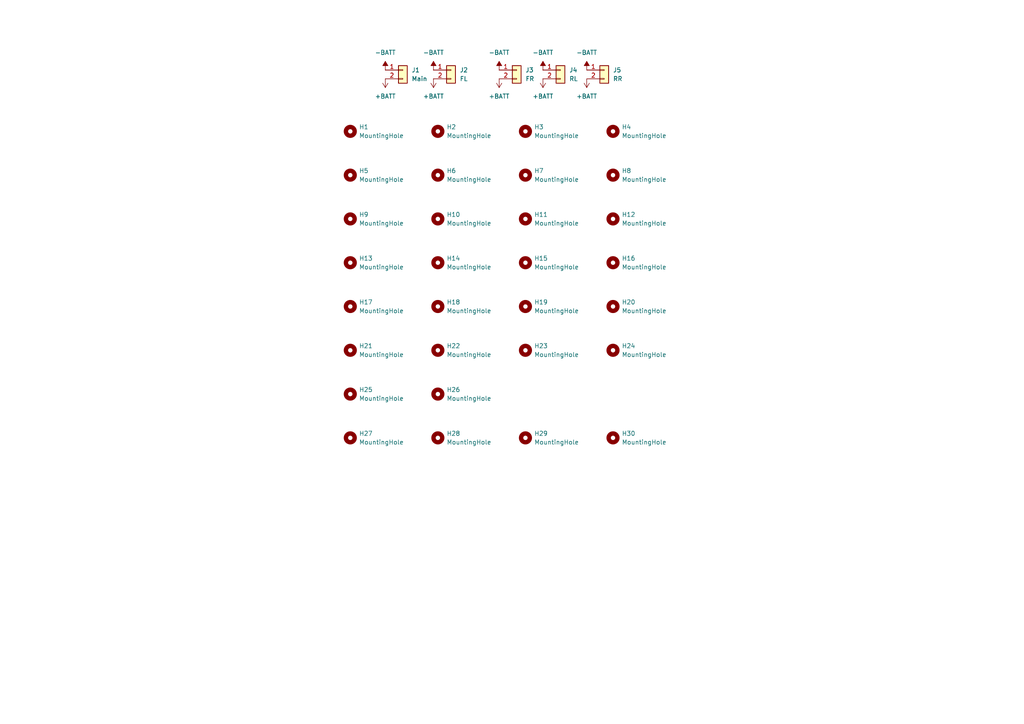
<source format=kicad_sch>
(kicad_sch (version 20231120) (generator "eeschema") (generator_version "8.0")
  (paper "A4")
  (lib_symbols
    (symbol "Connector_Generic:Conn_01x02" (pin_names (offset 1.016) hide)
      (property "Reference" "J" (at 0 2.54 0))
      (property "Value" "Conn_01x02" (at 0 -5.08 0))
      (symbol "Conn_01x02_1_1"
        (rectangle (start -1.27 -2.413) (end 0 -2.667) (stroke (width 0.1524)))
        (rectangle (start -1.27 0.127) (end 0 -0.127) (stroke (width 0.1524)))
        (rectangle (start -1.27 1.27) (end 1.27 -3.81) (stroke (width 0.254)) (fill (type background)))
        (pin passive line (at -5.08 0 0) (length 3.81) (name "Pin_1") (number "1"))
        (pin passive line (at -5.08 -2.54 0) (length 3.81) (name "Pin_2") (number "2"))
      )
    )
    (symbol "Mechanical:MountingHole" (pin_names (offset 1.016)) (exclude_from_sim yes) (in_bom no)
      (property "Reference" "H" (at 0 5.08 0))
      (property "Value" "MountingHole" (at 0 3.175 0))
      (symbol "MountingHole_0_1"
        (circle (center 0 0) (radius 1.27) (stroke (width 1.27)))
      )
    )
    (symbol "power:+BATT" (power) (pin_numbers hide) (pin_names (offset 0) hide)
      (property "Value" "+BATT" (at 0 3.556 0))
      (symbol "+BATT_0_1"
        (polyline (pts (xy -0.762 1.27) (xy 0 2.54)))
        (polyline (pts (xy 0 0) (xy 0 2.54)))
        (polyline (pts (xy 0 2.54) (xy 0.762 1.27)))
      )
      (symbol "+BATT_1_1"
        (pin power_in line (at 0 0 90) (length 0) (name "~") (number "1"))
      )
    )
    (symbol "power:-BATT" (power) (pin_numbers hide) (pin_names (offset 0) hide)
      (property "Value" "-BATT" (at 0 3.556 0))
      (symbol "-BATT_0_1"
        (polyline (pts (xy 0 0) (xy 0 2.54)))
        (polyline (pts (xy 0.762 1.27) (xy -0.762 1.27) (xy 0 2.54) (xy 0.762 1.27)) (fill (type outline)))
      )
      (symbol "-BATT_1_1"
        (pin power_in line (at 0 0 90) (length 0) (name "~") (number "1"))
      )
    )
  )
  (symbol (lib_id "Mechanical:MountingHole") (at 177.8 50.8 0) (unit 1) (exclude_from_sim yes) (in_bom no)
    (property "Reference" "H8" (at 180.34 49.5299 0) (effects (justify left)))
    (property "Value" "MountingHole" (at 180.34 52.0699 0) (effects (justify left)))
    (property "Footprint" "MountingHole:MountingHole_3.2mm_M3_DIN965_Pad" (effects (hide yes)))
    (property "Description" "Mounting Hole without connection" (effects (hide yes)))
  )
  (symbol (lib_id "power:-BATT") (at 170.18 20.32 0) (unit 1)
    (property "Reference" "#PWR09" (effects (hide yes)))
    (property "Value" "-BATT" (at 170.18 15.24 0))
    (property "Description" "Power symbol creates a global label with name \"-BATT\"" (effects (hide yes)))
  )
  (symbol (lib_id "power:+BATT") (at 111.76 22.86 180) (unit 1)
    (property "Reference" "#PWR01" (effects (hide yes)))
    (property "Value" "+BATT" (at 111.76 27.94 0))
    (property "Description" "Power symbol creates a global label with name \"+BATT\"" (effects (hide yes)))
  )
  (symbol (lib_id "power:-BATT") (at 111.76 20.32 0) (unit 1)
    (property "Reference" "#PWR02" (effects (hide yes)))
    (property "Value" "-BATT" (at 111.76 15.24 0))
    (property "Description" "Power symbol creates a global label with name \"-BATT\"" (effects (hide yes)))
  )
  (symbol (lib_id "Mechanical:MountingHole") (at 152.4 76.2 0) (unit 1) (exclude_from_sim yes) (in_bom no)
    (property "Reference" "H15" (at 154.94 74.9299 0) (effects (justify left)))
    (property "Value" "MountingHole" (at 154.94 77.4699 0) (effects (justify left)))
    (property "Footprint" "MountingHole:MountingHole_3.2mm_M3_DIN965_Pad" (effects (hide yes)))
    (property "Description" "Mounting Hole without connection" (effects (hide yes)))
  )
  (symbol (lib_id "Mechanical:MountingHole") (at 127 38.1 0) (unit 1) (exclude_from_sim yes) (in_bom no)
    (property "Reference" "H2" (at 129.54 36.8299 0) (effects (justify left)))
    (property "Value" "MountingHole" (at 129.54 39.3699 0) (effects (justify left)))
    (property "Footprint" "MountingHole:MountingHole_3.2mm_M3_DIN965_Pad" (effects (hide yes)))
    (property "Description" "Mounting Hole without connection" (effects (hide yes)))
  )
  (symbol (lib_id "Mechanical:MountingHole") (at 177.8 76.2 0) (unit 1) (exclude_from_sim yes) (in_bom no)
    (property "Reference" "H16" (at 180.34 74.9299 0) (effects (justify left)))
    (property "Value" "MountingHole" (at 180.34 77.4699 0) (effects (justify left)))
    (property "Footprint" "MountingHole:MountingHole_3.2mm_M3_DIN965_Pad" (effects (hide yes)))
    (property "Description" "Mounting Hole without connection" (effects (hide yes)))
  )
  (symbol (lib_id "Mechanical:MountingHole") (at 127 63.5 0) (unit 1) (exclude_from_sim yes) (in_bom no)
    (property "Reference" "H10" (at 129.54 62.2299 0) (effects (justify left)))
    (property "Value" "MountingHole" (at 129.54 64.7699 0) (effects (justify left)))
    (property "Footprint" "MountingHole:MountingHole_3.2mm_M3_DIN965_Pad" (effects (hide yes)))
    (property "Description" "Mounting Hole without connection" (effects (hide yes)))
  )
  (symbol (lib_id "Mechanical:MountingHole") (at 127 76.2 0) (unit 1) (exclude_from_sim yes) (in_bom no)
    (property "Reference" "H14" (at 129.54 74.9299 0) (effects (justify left)))
    (property "Value" "MountingHole" (at 129.54 77.4699 0) (effects (justify left)))
    (property "Footprint" "MountingHole:MountingHole_3.2mm_M3_DIN965_Pad" (effects (hide yes)))
    (property "Description" "Mounting Hole without connection" (effects (hide yes)))
  )
  (symbol (lib_id "Mechanical:MountingHole") (at 101.6 50.8 0) (unit 1) (exclude_from_sim yes) (in_bom no)
    (property "Reference" "H5" (at 104.14 49.5299 0) (effects (justify left)))
    (property "Value" "MountingHole" (at 104.14 52.0699 0) (effects (justify left)))
    (property "Footprint" "MountingHole:MountingHole_3.2mm_M3_DIN965_Pad" (effects (hide yes)))
    (property "Description" "Mounting Hole without connection" (effects (hide yes)))
  )
  (symbol (lib_id "Mechanical:MountingHole") (at 152.4 50.8 0) (unit 1) (exclude_from_sim yes) (in_bom no)
    (property "Reference" "H7" (at 154.94 49.5299 0) (effects (justify left)))
    (property "Value" "MountingHole" (at 154.94 52.0699 0) (effects (justify left)))
    (property "Footprint" "MountingHole:MountingHole_3.2mm_M3_DIN965_Pad" (effects (hide yes)))
    (property "Description" "Mounting Hole without connection" (effects (hide yes)))
  )
  (symbol (lib_id "Mechanical:MountingHole") (at 127 88.9 0) (unit 1) (exclude_from_sim yes) (in_bom no)
    (property "Reference" "H18" (at 129.54 87.6299 0) (effects (justify left)))
    (property "Value" "MountingHole" (at 129.54 90.1699 0) (effects (justify left)))
    (property "Footprint" "MountingHole:MountingHole_3.2mm_M3_DIN965_Pad" (effects (hide yes)))
    (property "Description" "Mounting Hole without connection" (effects (hide yes)))
  )
  (symbol (lib_id "Mechanical:MountingHole") (at 101.6 63.5 0) (unit 1) (exclude_from_sim yes) (in_bom no)
    (property "Reference" "H9" (at 104.14 62.2299 0) (effects (justify left)))
    (property "Value" "MountingHole" (at 104.14 64.7699 0) (effects (justify left)))
    (property "Footprint" "MountingHole:MountingHole_3.2mm_M3_DIN965_Pad" (effects (hide yes)))
    (property "Description" "Mounting Hole without connection" (effects (hide yes)))
  )
  (symbol (lib_id "Mechanical:MountingHole") (at 101.6 127 0) (unit 1) (exclude_from_sim yes) (in_bom no)
    (property "Reference" "H27" (at 104.14 125.7299 0) (effects (justify left)))
    (property "Value" "MountingHole" (at 104.14 128.2699 0) (effects (justify left)))
    (property "Footprint" "MountingHole:MountingHole_3.2mm_M3_DIN965_Pad" (effects (hide yes)))
    (property "Description" "Mounting Hole without connection" (effects (hide yes)))
  )
  (symbol (lib_id "power:+BATT") (at 170.18 22.86 180) (unit 1)
    (property "Reference" "#PWR010" (effects (hide yes)))
    (property "Value" "+BATT" (at 170.18 27.94 0))
    (property "Description" "Power symbol creates a global label with name \"+BATT\"" (effects (hide yes)))
  )
  (symbol (lib_id "Mechanical:MountingHole") (at 152.4 38.1 0) (unit 1) (exclude_from_sim yes) (in_bom no)
    (property "Reference" "H3" (at 154.94 36.8299 0) (effects (justify left)))
    (property "Value" "MountingHole" (at 154.94 39.3699 0) (effects (justify left)))
    (property "Footprint" "MountingHole:MountingHole_3.2mm_M3_DIN965_Pad" (effects (hide yes)))
    (property "Description" "Mounting Hole without connection" (effects (hide yes)))
  )
  (symbol (lib_id "Mechanical:MountingHole") (at 127 127 0) (unit 1) (exclude_from_sim yes) (in_bom no)
    (property "Reference" "H28" (at 129.54 125.7299 0) (effects (justify left)))
    (property "Value" "MountingHole" (at 129.54 128.2699 0) (effects (justify left)))
    (property "Footprint" "MountingHole:MountingHole_3.2mm_M3_DIN965_Pad" (effects (hide yes)))
    (property "Description" "Mounting Hole without connection" (effects (hide yes)))
  )
  (symbol (lib_id "power:+BATT") (at 157.48 22.86 180) (unit 1)
    (property "Reference" "#PWR08" (effects (hide yes)))
    (property "Value" "+BATT" (at 157.48 27.94 0))
    (property "Description" "Power symbol creates a global label with name \"+BATT\"" (effects (hide yes)))
  )
  (symbol (lib_id "Mechanical:MountingHole") (at 177.8 63.5 0) (unit 1) (exclude_from_sim yes) (in_bom no)
    (property "Reference" "H12" (at 180.34 62.2299 0) (effects (justify left)))
    (property "Value" "MountingHole" (at 180.34 64.7699 0) (effects (justify left)))
    (property "Footprint" "MountingHole:MountingHole_3.2mm_M3_DIN965_Pad" (effects (hide yes)))
    (property "Description" "Mounting Hole without connection" (effects (hide yes)))
  )
  (symbol (lib_id "Connector_Generic:Conn_01x02") (at 116.84 20.32 0) (unit 1)
    (property "Reference" "J1" (at 119.38 20.3199 0) (effects (justify left)))
    (property "Value" "Main" (at 119.38 22.8599 0) (effects (justify left)))
    (property "Footprint" "Connector_AMASS:AMASS_XT60-M_1x02_P7.20mm_Vertical" (effects (hide yes)))
    (property "Description" "Generic connector, single row, 01x02, script generated (kicad-library-utils/schlib/autogen/connector/)" (effects (hide yes)))
  )
  (symbol (lib_id "power:-BATT") (at 125.73 20.32 0) (unit 1)
    (property "Reference" "#PWR03" (effects (hide yes)))
    (property "Value" "-BATT" (at 125.73 15.24 0))
    (property "Description" "Power symbol creates a global label with name \"-BATT\"" (effects (hide yes)))
  )
  (symbol (lib_id "Mechanical:MountingHole") (at 101.6 101.6 0) (unit 1) (exclude_from_sim yes) (in_bom no)
    (property "Reference" "H21" (at 104.14 100.3299 0) (effects (justify left)))
    (property "Value" "MountingHole" (at 104.14 102.8699 0) (effects (justify left)))
    (property "Footprint" "MountingHole:MountingHole_3.2mm_M3_DIN965_Pad" (effects (hide yes)))
    (property "Description" "Mounting Hole without connection" (effects (hide yes)))
  )
  (symbol (lib_id "Connector_Generic:Conn_01x02") (at 130.81 20.32 0) (unit 1)
    (property "Reference" "J2" (at 133.35 20.3199 0) (effects (justify left)))
    (property "Value" "FL" (at 133.35 22.8599 0) (effects (justify left)))
    (property "Footprint" "Connector_AMASS:AMASS_XT60-M_1x02_P7.20mm_Vertical" (effects (hide yes)))
    (property "Description" "Generic connector, single row, 01x02, script generated (kicad-library-utils/schlib/autogen/connector/)" (effects (hide yes)))
  )
  (symbol (lib_id "Mechanical:MountingHole") (at 127 101.6 0) (unit 1) (exclude_from_sim yes) (in_bom no)
    (property "Reference" "H22" (at 129.54 100.3299 0) (effects (justify left)))
    (property "Value" "MountingHole" (at 129.54 102.8699 0) (effects (justify left)))
    (property "Footprint" "MountingHole:MountingHole_3.2mm_M3_DIN965_Pad" (effects (hide yes)))
    (property "Description" "Mounting Hole without connection" (effects (hide yes)))
  )
  (symbol (lib_id "power:+BATT") (at 125.73 22.86 180) (unit 1)
    (property "Reference" "#PWR04" (effects (hide yes)))
    (property "Value" "+BATT" (at 125.73 27.94 0))
    (property "Description" "Power symbol creates a global label with name \"+BATT\"" (effects (hide yes)))
  )
  (symbol (lib_id "power:+BATT") (at 144.78 22.86 180) (unit 1)
    (property "Reference" "#PWR06" (effects (hide yes)))
    (property "Value" "+BATT" (at 144.78 27.94 0))
    (property "Description" "Power symbol creates a global label with name \"+BATT\"" (effects (hide yes)))
  )
  (symbol (lib_id "Mechanical:MountingHole") (at 177.8 101.6 0) (unit 1) (exclude_from_sim yes) (in_bom no)
    (property "Reference" "H24" (at 180.34 100.3299 0) (effects (justify left)))
    (property "Value" "MountingHole" (at 180.34 102.8699 0) (effects (justify left)))
    (property "Footprint" "MountingHole:MountingHole_3.2mm_M3_DIN965_Pad" (effects (hide yes)))
    (property "Description" "Mounting Hole without connection" (effects (hide yes)))
  )
  (symbol (lib_id "Mechanical:MountingHole") (at 101.6 76.2 0) (unit 1) (exclude_from_sim yes) (in_bom no)
    (property "Reference" "H13" (at 104.14 74.9299 0) (effects (justify left)))
    (property "Value" "MountingHole" (at 104.14 77.4699 0) (effects (justify left)))
    (property "Footprint" "MountingHole:MountingHole_3.2mm_M3_DIN965_Pad" (effects (hide yes)))
    (property "Description" "Mounting Hole without connection" (effects (hide yes)))
  )
  (symbol (lib_id "Mechanical:MountingHole") (at 101.6 114.3 0) (unit 1) (exclude_from_sim yes) (in_bom no)
    (property "Reference" "H25" (at 104.14 113.0299 0) (effects (justify left)))
    (property "Value" "MountingHole" (at 104.14 115.5699 0) (effects (justify left)))
    (property "Footprint" "MountingHole:MountingHole_3.2mm_M3_DIN965_Pad" (effects (hide yes)))
    (property "Description" "Mounting Hole without connection" (effects (hide yes)))
  )
  (symbol (lib_id "Mechanical:MountingHole") (at 101.6 38.1 0) (unit 1) (exclude_from_sim yes) (in_bom no)
    (property "Reference" "H1" (at 104.14 36.8299 0) (effects (justify left)))
    (property "Value" "MountingHole" (at 104.14 39.3699 0) (effects (justify left)))
    (property "Footprint" "MountingHole:MountingHole_3.2mm_M3_DIN965_Pad" (effects (hide yes)))
    (property "Description" "Mounting Hole without connection" (effects (hide yes)))
  )
  (symbol (lib_id "Connector_Generic:Conn_01x02") (at 162.56 20.32 0) (unit 1)
    (property "Reference" "J4" (at 165.1 20.3199 0) (effects (justify left)))
    (property "Value" "RL" (at 165.1 22.8599 0) (effects (justify left)))
    (property "Footprint" "Connector_AMASS:AMASS_XT60-M_1x02_P7.20mm_Vertical" (effects (hide yes)))
    (property "Description" "Generic connector, single row, 01x02, script generated (kicad-library-utils/schlib/autogen/connector/)" (effects (hide yes)))
  )
  (symbol (lib_id "Connector_Generic:Conn_01x02") (at 149.86 20.32 0) (unit 1)
    (property "Reference" "J3" (at 152.4 20.3199 0) (effects (justify left)))
    (property "Value" "FR" (at 152.4 22.8599 0) (effects (justify left)))
    (property "Footprint" "Connector_AMASS:AMASS_XT60-M_1x02_P7.20mm_Vertical" (effects (hide yes)))
    (property "Description" "Generic connector, single row, 01x02, script generated (kicad-library-utils/schlib/autogen/connector/)" (effects (hide yes)))
  )
  (symbol (lib_id "Mechanical:MountingHole") (at 101.6 88.9 0) (unit 1) (exclude_from_sim yes) (in_bom no)
    (property "Reference" "H17" (at 104.14 87.6299 0) (effects (justify left)))
    (property "Value" "MountingHole" (at 104.14 90.1699 0) (effects (justify left)))
    (property "Footprint" "MountingHole:MountingHole_3.2mm_M3_DIN965_Pad" (effects (hide yes)))
    (property "Description" "Mounting Hole without connection" (effects (hide yes)))
  )
  (symbol (lib_id "Mechanical:MountingHole") (at 177.8 38.1 0) (unit 1) (exclude_from_sim yes) (in_bom no)
    (property "Reference" "H4" (at 180.34 36.8299 0) (effects (justify left)))
    (property "Value" "MountingHole" (at 180.34 39.3699 0) (effects (justify left)))
    (property "Footprint" "MountingHole:MountingHole_3.2mm_M3_DIN965_Pad" (effects (hide yes)))
    (property "Description" "Mounting Hole without connection" (effects (hide yes)))
  )
  (symbol (lib_id "Mechanical:MountingHole") (at 127 114.3 0) (unit 1) (exclude_from_sim yes) (in_bom no)
    (property "Reference" "H26" (at 129.54 113.0299 0) (effects (justify left)))
    (property "Value" "MountingHole" (at 129.54 115.5699 0) (effects (justify left)))
    (property "Footprint" "MountingHole:MountingHole_3.2mm_M3_DIN965_Pad" (effects (hide yes)))
    (property "Description" "Mounting Hole without connection" (effects (hide yes)))
  )
  (symbol (lib_id "power:-BATT") (at 144.78 20.32 0) (unit 1)
    (property "Reference" "#PWR05" (effects (hide yes)))
    (property "Value" "-BATT" (at 144.78 15.24 0))
    (property "Description" "Power symbol creates a global label with name \"-BATT\"" (effects (hide yes)))
  )
  (symbol (lib_id "Mechanical:MountingHole") (at 152.4 63.5 0) (unit 1) (exclude_from_sim yes) (in_bom no)
    (property "Reference" "H11" (at 154.94 62.2299 0) (effects (justify left)))
    (property "Value" "MountingHole" (at 154.94 64.7699 0) (effects (justify left)))
    (property "Footprint" "MountingHole:MountingHole_3.2mm_M3_DIN965_Pad" (effects (hide yes)))
    (property "Description" "Mounting Hole without connection" (effects (hide yes)))
  )
  (symbol (lib_id "power:-BATT") (at 157.48 20.32 0) (unit 1)
    (property "Reference" "#PWR07" (effects (hide yes)))
    (property "Value" "-BATT" (at 157.48 15.24 0))
    (property "Description" "Power symbol creates a global label with name \"-BATT\"" (effects (hide yes)))
  )
  (symbol (lib_id "Mechanical:MountingHole") (at 177.8 88.9 0) (unit 1) (exclude_from_sim yes) (in_bom no)
    (property "Reference" "H20" (at 180.34 87.6299 0) (effects (justify left)))
    (property "Value" "MountingHole" (at 180.34 90.1699 0) (effects (justify left)))
    (property "Footprint" "MountingHole:MountingHole_3.2mm_M3_DIN965_Pad" (effects (hide yes)))
    (property "Description" "Mounting Hole without connection" (effects (hide yes)))
  )
  (symbol (lib_id "Mechanical:MountingHole") (at 152.4 88.9 0) (unit 1) (exclude_from_sim yes) (in_bom no)
    (property "Reference" "H19" (at 154.94 87.6299 0) (effects (justify left)))
    (property "Value" "MountingHole" (at 154.94 90.1699 0) (effects (justify left)))
    (property "Footprint" "MountingHole:MountingHole_3.2mm_M3_DIN965_Pad" (effects (hide yes)))
    (property "Description" "Mounting Hole without connection" (effects (hide yes)))
  )
  (symbol (lib_id "Mechanical:MountingHole") (at 177.8 127 0) (unit 1) (exclude_from_sim yes) (in_bom no)
    (property "Reference" "H30" (at 180.34 125.7299 0) (effects (justify left)))
    (property "Value" "MountingHole" (at 180.34 128.2699 0) (effects (justify left)))
    (property "Footprint" "MountingHole:MountingHole_3.2mm_M3_DIN965_Pad" (effects (hide yes)))
    (property "Description" "Mounting Hole without connection" (effects (hide yes)))
  )
  (symbol (lib_id "Mechanical:MountingHole") (at 152.4 127 0) (unit 1) (exclude_from_sim yes) (in_bom no)
    (property "Reference" "H29" (at 154.94 125.7299 0) (effects (justify left)))
    (property "Value" "MountingHole" (at 154.94 128.2699 0) (effects (justify left)))
    (property "Footprint" "MountingHole:MountingHole_3.2mm_M3_DIN965_Pad" (effects (hide yes)))
    (property "Description" "Mounting Hole without connection" (effects (hide yes)))
  )
  (symbol (lib_id "Mechanical:MountingHole") (at 127 50.8 0) (unit 1) (exclude_from_sim yes) (in_bom no)
    (property "Reference" "H6" (at 129.54 49.5299 0) (effects (justify left)))
    (property "Value" "MountingHole" (at 129.54 52.0699 0) (effects (justify left)))
    (property "Footprint" "MountingHole:MountingHole_3.2mm_M3_DIN965_Pad" (effects (hide yes)))
    (property "Description" "Mounting Hole without connection" (effects (hide yes)))
  )
  (symbol (lib_id "Mechanical:MountingHole") (at 152.4 101.6 0) (unit 1) (exclude_from_sim yes) (in_bom no)
    (property "Reference" "H23" (at 154.94 100.3299 0) (effects (justify left)))
    (property "Value" "MountingHole" (at 154.94 102.8699 0) (effects (justify left)))
    (property "Footprint" "MountingHole:MountingHole_3.2mm_M3_DIN965_Pad" (effects (hide yes)))
    (property "Description" "Mounting Hole without connection" (effects (hide yes)))
  )
  (symbol (lib_id "Connector_Generic:Conn_01x02") (at 175.26 20.32 0) (unit 1)
    (property "Reference" "J5" (at 177.8 20.3199 0) (effects (justify left)))
    (property "Value" "RR" (at 177.8 22.8599 0) (effects (justify left)))
    (property "Footprint" "Connector_AMASS:AMASS_XT60-M_1x02_P7.20mm_Vertical" (effects (hide yes)))
    (property "Description" "Generic connector, single row, 01x02, script generated (kicad-library-utils/schlib/autogen/connector/)" (effects (hide yes)))
  )
)
</source>
